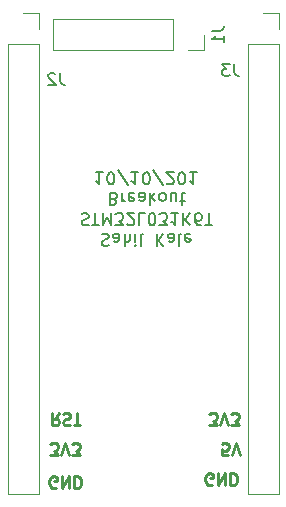
<source format=gbo>
%TF.GenerationSoftware,KiCad,Pcbnew,(5.1.10)-1*%
%TF.CreationDate,2021-10-10T23:46:45-04:00*%
%TF.ProjectId,STM_SimpleBreakout,53544d5f-5369-46d7-906c-65427265616b,rev?*%
%TF.SameCoordinates,Original*%
%TF.FileFunction,Legend,Bot*%
%TF.FilePolarity,Positive*%
%FSLAX46Y46*%
G04 Gerber Fmt 4.6, Leading zero omitted, Abs format (unit mm)*
G04 Created by KiCad (PCBNEW (5.1.10)-1) date 2021-10-10 23:46:45*
%MOMM*%
%LPD*%
G01*
G04 APERTURE LIST*
%ADD10C,0.203200*%
%ADD11C,0.254000*%
%ADD12C,0.120000*%
%ADD13C,0.150000*%
%ADD14O,1.700000X1.700000*%
%ADD15R,1.700000X1.700000*%
G04 APERTURE END LIST*
D10*
X159040285Y-93619561D02*
X159185428Y-93571180D01*
X159427333Y-93571180D01*
X159524095Y-93619561D01*
X159572476Y-93667942D01*
X159620857Y-93764704D01*
X159620857Y-93861466D01*
X159572476Y-93958228D01*
X159524095Y-94006609D01*
X159427333Y-94054990D01*
X159233809Y-94103371D01*
X159137047Y-94151752D01*
X159088666Y-94200133D01*
X159040285Y-94296895D01*
X159040285Y-94393657D01*
X159088666Y-94490419D01*
X159137047Y-94538800D01*
X159233809Y-94587180D01*
X159475714Y-94587180D01*
X159620857Y-94538800D01*
X160491714Y-93571180D02*
X160491714Y-94103371D01*
X160443333Y-94200133D01*
X160346571Y-94248514D01*
X160153047Y-94248514D01*
X160056285Y-94200133D01*
X160491714Y-93619561D02*
X160394952Y-93571180D01*
X160153047Y-93571180D01*
X160056285Y-93619561D01*
X160007904Y-93716323D01*
X160007904Y-93813085D01*
X160056285Y-93909847D01*
X160153047Y-93958228D01*
X160394952Y-93958228D01*
X160491714Y-94006609D01*
X160975523Y-93571180D02*
X160975523Y-94587180D01*
X161410952Y-93571180D02*
X161410952Y-94103371D01*
X161362571Y-94200133D01*
X161265809Y-94248514D01*
X161120666Y-94248514D01*
X161023904Y-94200133D01*
X160975523Y-94151752D01*
X161894761Y-93571180D02*
X161894761Y-94248514D01*
X161894761Y-94587180D02*
X161846380Y-94538800D01*
X161894761Y-94490419D01*
X161943142Y-94538800D01*
X161894761Y-94587180D01*
X161894761Y-94490419D01*
X162523714Y-93571180D02*
X162426952Y-93619561D01*
X162378571Y-93716323D01*
X162378571Y-94587180D01*
X163684857Y-93571180D02*
X163684857Y-94587180D01*
X164265428Y-93571180D02*
X163830000Y-94151752D01*
X164265428Y-94587180D02*
X163684857Y-94006609D01*
X165136285Y-93571180D02*
X165136285Y-94103371D01*
X165087904Y-94200133D01*
X164991142Y-94248514D01*
X164797619Y-94248514D01*
X164700857Y-94200133D01*
X165136285Y-93619561D02*
X165039523Y-93571180D01*
X164797619Y-93571180D01*
X164700857Y-93619561D01*
X164652476Y-93716323D01*
X164652476Y-93813085D01*
X164700857Y-93909847D01*
X164797619Y-93958228D01*
X165039523Y-93958228D01*
X165136285Y-94006609D01*
X165765238Y-93571180D02*
X165668476Y-93619561D01*
X165620095Y-93716323D01*
X165620095Y-94587180D01*
X166539333Y-93619561D02*
X166442571Y-93571180D01*
X166249047Y-93571180D01*
X166152285Y-93619561D01*
X166103904Y-93716323D01*
X166103904Y-94103371D01*
X166152285Y-94200133D01*
X166249047Y-94248514D01*
X166442571Y-94248514D01*
X166539333Y-94200133D01*
X166587714Y-94103371D01*
X166587714Y-94006609D01*
X166103904Y-93909847D01*
X157346952Y-91892361D02*
X157492095Y-91843980D01*
X157734000Y-91843980D01*
X157830761Y-91892361D01*
X157879142Y-91940742D01*
X157927523Y-92037504D01*
X157927523Y-92134266D01*
X157879142Y-92231028D01*
X157830761Y-92279409D01*
X157734000Y-92327790D01*
X157540476Y-92376171D01*
X157443714Y-92424552D01*
X157395333Y-92472933D01*
X157346952Y-92569695D01*
X157346952Y-92666457D01*
X157395333Y-92763219D01*
X157443714Y-92811600D01*
X157540476Y-92859980D01*
X157782380Y-92859980D01*
X157927523Y-92811600D01*
X158217809Y-92859980D02*
X158798380Y-92859980D01*
X158508095Y-91843980D02*
X158508095Y-92859980D01*
X159137047Y-91843980D02*
X159137047Y-92859980D01*
X159475714Y-92134266D01*
X159814380Y-92859980D01*
X159814380Y-91843980D01*
X160201428Y-92859980D02*
X160830380Y-92859980D01*
X160491714Y-92472933D01*
X160636857Y-92472933D01*
X160733619Y-92424552D01*
X160782000Y-92376171D01*
X160830380Y-92279409D01*
X160830380Y-92037504D01*
X160782000Y-91940742D01*
X160733619Y-91892361D01*
X160636857Y-91843980D01*
X160346571Y-91843980D01*
X160249809Y-91892361D01*
X160201428Y-91940742D01*
X161217428Y-92763219D02*
X161265809Y-92811600D01*
X161362571Y-92859980D01*
X161604476Y-92859980D01*
X161701238Y-92811600D01*
X161749619Y-92763219D01*
X161798000Y-92666457D01*
X161798000Y-92569695D01*
X161749619Y-92424552D01*
X161169047Y-91843980D01*
X161798000Y-91843980D01*
X162717238Y-91843980D02*
X162233428Y-91843980D01*
X162233428Y-92859980D01*
X163249428Y-92859980D02*
X163346190Y-92859980D01*
X163442952Y-92811600D01*
X163491333Y-92763219D01*
X163539714Y-92666457D01*
X163588095Y-92472933D01*
X163588095Y-92231028D01*
X163539714Y-92037504D01*
X163491333Y-91940742D01*
X163442952Y-91892361D01*
X163346190Y-91843980D01*
X163249428Y-91843980D01*
X163152666Y-91892361D01*
X163104285Y-91940742D01*
X163055904Y-92037504D01*
X163007523Y-92231028D01*
X163007523Y-92472933D01*
X163055904Y-92666457D01*
X163104285Y-92763219D01*
X163152666Y-92811600D01*
X163249428Y-92859980D01*
X163926761Y-92859980D02*
X164555714Y-92859980D01*
X164217047Y-92472933D01*
X164362190Y-92472933D01*
X164458952Y-92424552D01*
X164507333Y-92376171D01*
X164555714Y-92279409D01*
X164555714Y-92037504D01*
X164507333Y-91940742D01*
X164458952Y-91892361D01*
X164362190Y-91843980D01*
X164071904Y-91843980D01*
X163975142Y-91892361D01*
X163926761Y-91940742D01*
X165523333Y-91843980D02*
X164942761Y-91843980D01*
X165233047Y-91843980D02*
X165233047Y-92859980D01*
X165136285Y-92714838D01*
X165039523Y-92618076D01*
X164942761Y-92569695D01*
X165958761Y-91843980D02*
X165958761Y-92859980D01*
X166539333Y-91843980D02*
X166103904Y-92424552D01*
X166539333Y-92859980D02*
X165958761Y-92279409D01*
X167410190Y-92859980D02*
X167216666Y-92859980D01*
X167119904Y-92811600D01*
X167071523Y-92763219D01*
X166974761Y-92618076D01*
X166926380Y-92424552D01*
X166926380Y-92037504D01*
X166974761Y-91940742D01*
X167023142Y-91892361D01*
X167119904Y-91843980D01*
X167313428Y-91843980D01*
X167410190Y-91892361D01*
X167458571Y-91940742D01*
X167506952Y-92037504D01*
X167506952Y-92279409D01*
X167458571Y-92376171D01*
X167410190Y-92424552D01*
X167313428Y-92472933D01*
X167119904Y-92472933D01*
X167023142Y-92424552D01*
X166974761Y-92376171D01*
X166926380Y-92279409D01*
X167797238Y-92859980D02*
X168377809Y-92859980D01*
X168087523Y-91843980D02*
X168087523Y-92859980D01*
X160056285Y-90648971D02*
X160201428Y-90600590D01*
X160249809Y-90552209D01*
X160298190Y-90455447D01*
X160298190Y-90310304D01*
X160249809Y-90213542D01*
X160201428Y-90165161D01*
X160104666Y-90116780D01*
X159717619Y-90116780D01*
X159717619Y-91132780D01*
X160056285Y-91132780D01*
X160153047Y-91084400D01*
X160201428Y-91036019D01*
X160249809Y-90939257D01*
X160249809Y-90842495D01*
X160201428Y-90745733D01*
X160153047Y-90697352D01*
X160056285Y-90648971D01*
X159717619Y-90648971D01*
X160733619Y-90116780D02*
X160733619Y-90794114D01*
X160733619Y-90600590D02*
X160782000Y-90697352D01*
X160830380Y-90745733D01*
X160927142Y-90794114D01*
X161023904Y-90794114D01*
X161749619Y-90165161D02*
X161652857Y-90116780D01*
X161459333Y-90116780D01*
X161362571Y-90165161D01*
X161314190Y-90261923D01*
X161314190Y-90648971D01*
X161362571Y-90745733D01*
X161459333Y-90794114D01*
X161652857Y-90794114D01*
X161749619Y-90745733D01*
X161798000Y-90648971D01*
X161798000Y-90552209D01*
X161314190Y-90455447D01*
X162668857Y-90116780D02*
X162668857Y-90648971D01*
X162620476Y-90745733D01*
X162523714Y-90794114D01*
X162330190Y-90794114D01*
X162233428Y-90745733D01*
X162668857Y-90165161D02*
X162572095Y-90116780D01*
X162330190Y-90116780D01*
X162233428Y-90165161D01*
X162185047Y-90261923D01*
X162185047Y-90358685D01*
X162233428Y-90455447D01*
X162330190Y-90503828D01*
X162572095Y-90503828D01*
X162668857Y-90552209D01*
X163152666Y-90116780D02*
X163152666Y-91132780D01*
X163249428Y-90503828D02*
X163539714Y-90116780D01*
X163539714Y-90794114D02*
X163152666Y-90407066D01*
X164120285Y-90116780D02*
X164023523Y-90165161D01*
X163975142Y-90213542D01*
X163926761Y-90310304D01*
X163926761Y-90600590D01*
X163975142Y-90697352D01*
X164023523Y-90745733D01*
X164120285Y-90794114D01*
X164265428Y-90794114D01*
X164362190Y-90745733D01*
X164410571Y-90697352D01*
X164458952Y-90600590D01*
X164458952Y-90310304D01*
X164410571Y-90213542D01*
X164362190Y-90165161D01*
X164265428Y-90116780D01*
X164120285Y-90116780D01*
X165329809Y-90794114D02*
X165329809Y-90116780D01*
X164894380Y-90794114D02*
X164894380Y-90261923D01*
X164942761Y-90165161D01*
X165039523Y-90116780D01*
X165184666Y-90116780D01*
X165281428Y-90165161D01*
X165329809Y-90213542D01*
X165668476Y-90794114D02*
X166055523Y-90794114D01*
X165813619Y-91132780D02*
X165813619Y-90261923D01*
X165862000Y-90165161D01*
X165958761Y-90116780D01*
X166055523Y-90116780D01*
X159137047Y-88389580D02*
X158556476Y-88389580D01*
X158846761Y-88389580D02*
X158846761Y-89405580D01*
X158750000Y-89260438D01*
X158653238Y-89163676D01*
X158556476Y-89115295D01*
X159766000Y-89405580D02*
X159862761Y-89405580D01*
X159959523Y-89357200D01*
X160007904Y-89308819D01*
X160056285Y-89212057D01*
X160104666Y-89018533D01*
X160104666Y-88776628D01*
X160056285Y-88583104D01*
X160007904Y-88486342D01*
X159959523Y-88437961D01*
X159862761Y-88389580D01*
X159766000Y-88389580D01*
X159669238Y-88437961D01*
X159620857Y-88486342D01*
X159572476Y-88583104D01*
X159524095Y-88776628D01*
X159524095Y-89018533D01*
X159572476Y-89212057D01*
X159620857Y-89308819D01*
X159669238Y-89357200D01*
X159766000Y-89405580D01*
X161265809Y-89453961D02*
X160394952Y-88147676D01*
X162136666Y-88389580D02*
X161556095Y-88389580D01*
X161846380Y-88389580D02*
X161846380Y-89405580D01*
X161749619Y-89260438D01*
X161652857Y-89163676D01*
X161556095Y-89115295D01*
X162765619Y-89405580D02*
X162862380Y-89405580D01*
X162959142Y-89357200D01*
X163007523Y-89308819D01*
X163055904Y-89212057D01*
X163104285Y-89018533D01*
X163104285Y-88776628D01*
X163055904Y-88583104D01*
X163007523Y-88486342D01*
X162959142Y-88437961D01*
X162862380Y-88389580D01*
X162765619Y-88389580D01*
X162668857Y-88437961D01*
X162620476Y-88486342D01*
X162572095Y-88583104D01*
X162523714Y-88776628D01*
X162523714Y-89018533D01*
X162572095Y-89212057D01*
X162620476Y-89308819D01*
X162668857Y-89357200D01*
X162765619Y-89405580D01*
X164265428Y-89453961D02*
X163394571Y-88147676D01*
X164555714Y-89308819D02*
X164604095Y-89357200D01*
X164700857Y-89405580D01*
X164942761Y-89405580D01*
X165039523Y-89357200D01*
X165087904Y-89308819D01*
X165136285Y-89212057D01*
X165136285Y-89115295D01*
X165087904Y-88970152D01*
X164507333Y-88389580D01*
X165136285Y-88389580D01*
X165765238Y-89405580D02*
X165862000Y-89405580D01*
X165958761Y-89357200D01*
X166007142Y-89308819D01*
X166055523Y-89212057D01*
X166103904Y-89018533D01*
X166103904Y-88776628D01*
X166055523Y-88583104D01*
X166007142Y-88486342D01*
X165958761Y-88437961D01*
X165862000Y-88389580D01*
X165765238Y-88389580D01*
X165668476Y-88437961D01*
X165620095Y-88486342D01*
X165571714Y-88583104D01*
X165523333Y-88776628D01*
X165523333Y-89018533D01*
X165571714Y-89212057D01*
X165620095Y-89308819D01*
X165668476Y-89357200D01*
X165765238Y-89405580D01*
X167071523Y-88389580D02*
X166490952Y-88389580D01*
X166781238Y-88389580D02*
X166781238Y-89405580D01*
X166684476Y-89260438D01*
X166587714Y-89163676D01*
X166490952Y-89115295D01*
D11*
X155399619Y-108760380D02*
X155060952Y-109244190D01*
X154819047Y-108760380D02*
X154819047Y-109776380D01*
X155206095Y-109776380D01*
X155302857Y-109728000D01*
X155351238Y-109679619D01*
X155399619Y-109582857D01*
X155399619Y-109437714D01*
X155351238Y-109340952D01*
X155302857Y-109292571D01*
X155206095Y-109244190D01*
X154819047Y-109244190D01*
X155786666Y-108808761D02*
X155931809Y-108760380D01*
X156173714Y-108760380D01*
X156270476Y-108808761D01*
X156318857Y-108857142D01*
X156367238Y-108953904D01*
X156367238Y-109050666D01*
X156318857Y-109147428D01*
X156270476Y-109195809D01*
X156173714Y-109244190D01*
X155980190Y-109292571D01*
X155883428Y-109340952D01*
X155835047Y-109389333D01*
X155786666Y-109486095D01*
X155786666Y-109582857D01*
X155835047Y-109679619D01*
X155883428Y-109728000D01*
X155980190Y-109776380D01*
X156222095Y-109776380D01*
X156367238Y-109728000D01*
X156657523Y-109776380D02*
X157238095Y-109776380D01*
X156947809Y-108760380D02*
X156947809Y-109776380D01*
X168160095Y-109776380D02*
X168789047Y-109776380D01*
X168450380Y-109389333D01*
X168595523Y-109389333D01*
X168692285Y-109340952D01*
X168740666Y-109292571D01*
X168789047Y-109195809D01*
X168789047Y-108953904D01*
X168740666Y-108857142D01*
X168692285Y-108808761D01*
X168595523Y-108760380D01*
X168305238Y-108760380D01*
X168208476Y-108808761D01*
X168160095Y-108857142D01*
X169079333Y-109776380D02*
X169418000Y-108760380D01*
X169756666Y-109776380D01*
X169998571Y-109776380D02*
X170627523Y-109776380D01*
X170288857Y-109389333D01*
X170434000Y-109389333D01*
X170530761Y-109340952D01*
X170579142Y-109292571D01*
X170627523Y-109195809D01*
X170627523Y-108953904D01*
X170579142Y-108857142D01*
X170530761Y-108808761D01*
X170434000Y-108760380D01*
X170143714Y-108760380D01*
X170046952Y-108808761D01*
X169998571Y-108857142D01*
X154698095Y-112316380D02*
X155327047Y-112316380D01*
X154988380Y-111929333D01*
X155133523Y-111929333D01*
X155230285Y-111880952D01*
X155278666Y-111832571D01*
X155327047Y-111735809D01*
X155327047Y-111493904D01*
X155278666Y-111397142D01*
X155230285Y-111348761D01*
X155133523Y-111300380D01*
X154843238Y-111300380D01*
X154746476Y-111348761D01*
X154698095Y-111397142D01*
X155617333Y-112316380D02*
X155956000Y-111300380D01*
X156294666Y-112316380D01*
X156536571Y-112316380D02*
X157165523Y-112316380D01*
X156826857Y-111929333D01*
X156972000Y-111929333D01*
X157068761Y-111880952D01*
X157117142Y-111832571D01*
X157165523Y-111735809D01*
X157165523Y-111493904D01*
X157117142Y-111397142D01*
X157068761Y-111348761D01*
X156972000Y-111300380D01*
X156681714Y-111300380D01*
X156584952Y-111348761D01*
X156536571Y-111397142D01*
X169732476Y-112316380D02*
X169248666Y-112316380D01*
X169200285Y-111832571D01*
X169248666Y-111880952D01*
X169345428Y-111929333D01*
X169587333Y-111929333D01*
X169684095Y-111880952D01*
X169732476Y-111832571D01*
X169780857Y-111735809D01*
X169780857Y-111493904D01*
X169732476Y-111397142D01*
X169684095Y-111348761D01*
X169587333Y-111300380D01*
X169345428Y-111300380D01*
X169248666Y-111348761D01*
X169200285Y-111397142D01*
X170071142Y-112316380D02*
X170409809Y-111300380D01*
X170748476Y-112316380D01*
X168389904Y-114808000D02*
X168293142Y-114856380D01*
X168148000Y-114856380D01*
X168002857Y-114808000D01*
X167906095Y-114711238D01*
X167857714Y-114614476D01*
X167809333Y-114420952D01*
X167809333Y-114275809D01*
X167857714Y-114082285D01*
X167906095Y-113985523D01*
X168002857Y-113888761D01*
X168148000Y-113840380D01*
X168244761Y-113840380D01*
X168389904Y-113888761D01*
X168438285Y-113937142D01*
X168438285Y-114275809D01*
X168244761Y-114275809D01*
X168873714Y-113840380D02*
X168873714Y-114856380D01*
X169454285Y-113840380D01*
X169454285Y-114856380D01*
X169938095Y-113840380D02*
X169938095Y-114856380D01*
X170180000Y-114856380D01*
X170325142Y-114808000D01*
X170421904Y-114711238D01*
X170470285Y-114614476D01*
X170518666Y-114420952D01*
X170518666Y-114275809D01*
X170470285Y-114082285D01*
X170421904Y-113985523D01*
X170325142Y-113888761D01*
X170180000Y-113840380D01*
X169938095Y-113840380D01*
X155181904Y-115062000D02*
X155085142Y-115110380D01*
X154940000Y-115110380D01*
X154794857Y-115062000D01*
X154698095Y-114965238D01*
X154649714Y-114868476D01*
X154601333Y-114674952D01*
X154601333Y-114529809D01*
X154649714Y-114336285D01*
X154698095Y-114239523D01*
X154794857Y-114142761D01*
X154940000Y-114094380D01*
X155036761Y-114094380D01*
X155181904Y-114142761D01*
X155230285Y-114191142D01*
X155230285Y-114529809D01*
X155036761Y-114529809D01*
X155665714Y-114094380D02*
X155665714Y-115110380D01*
X156246285Y-114094380D01*
X156246285Y-115110380D01*
X156730095Y-114094380D02*
X156730095Y-115110380D01*
X156972000Y-115110380D01*
X157117142Y-115062000D01*
X157213904Y-114965238D01*
X157262285Y-114868476D01*
X157310666Y-114674952D01*
X157310666Y-114529809D01*
X157262285Y-114336285D01*
X157213904Y-114239523D01*
X157117142Y-114142761D01*
X156972000Y-114094380D01*
X156730095Y-114094380D01*
D12*
%TO.C,J2*%
X153730000Y-115630000D02*
X151070000Y-115630000D01*
X153730000Y-77470000D02*
X153730000Y-115630000D01*
X151070000Y-77470000D02*
X151070000Y-115630000D01*
X153730000Y-77470000D02*
X151070000Y-77470000D01*
X153730000Y-76200000D02*
X153730000Y-74870000D01*
X153730000Y-74870000D02*
X152400000Y-74870000D01*
%TO.C,J3*%
X174050000Y-115630000D02*
X171390000Y-115630000D01*
X174050000Y-77470000D02*
X174050000Y-115630000D01*
X171390000Y-77470000D02*
X171390000Y-115630000D01*
X174050000Y-77470000D02*
X171390000Y-77470000D01*
X174050000Y-76200000D02*
X174050000Y-74870000D01*
X174050000Y-74870000D02*
X172720000Y-74870000D01*
%TO.C,J1*%
X154880000Y-78038000D02*
X154880000Y-75378000D01*
X165100000Y-78038000D02*
X154880000Y-78038000D01*
X165100000Y-75378000D02*
X154880000Y-75378000D01*
X165100000Y-78038000D02*
X165100000Y-75378000D01*
X166370000Y-78038000D02*
X167700000Y-78038000D01*
X167700000Y-78038000D02*
X167700000Y-76708000D01*
%TO.C,J2*%
D13*
X155527333Y-79970380D02*
X155527333Y-80684666D01*
X155574952Y-80827523D01*
X155670190Y-80922761D01*
X155813047Y-80970380D01*
X155908285Y-80970380D01*
X155098761Y-80065619D02*
X155051142Y-80018000D01*
X154955904Y-79970380D01*
X154717809Y-79970380D01*
X154622571Y-80018000D01*
X154574952Y-80065619D01*
X154527333Y-80160857D01*
X154527333Y-80256095D01*
X154574952Y-80398952D01*
X155146380Y-80970380D01*
X154527333Y-80970380D01*
%TO.C,J3*%
X170259333Y-79208380D02*
X170259333Y-79922666D01*
X170306952Y-80065523D01*
X170402190Y-80160761D01*
X170545047Y-80208380D01*
X170640285Y-80208380D01*
X169878380Y-79208380D02*
X169259333Y-79208380D01*
X169592666Y-79589333D01*
X169449809Y-79589333D01*
X169354571Y-79636952D01*
X169306952Y-79684571D01*
X169259333Y-79779809D01*
X169259333Y-80017904D01*
X169306952Y-80113142D01*
X169354571Y-80160761D01*
X169449809Y-80208380D01*
X169735523Y-80208380D01*
X169830761Y-80160761D01*
X169878380Y-80113142D01*
%TO.C,J1*%
X168362380Y-76374666D02*
X169076666Y-76374666D01*
X169219523Y-76327047D01*
X169314761Y-76231809D01*
X169362380Y-76088952D01*
X169362380Y-75993714D01*
X169362380Y-77374666D02*
X169362380Y-76803238D01*
X169362380Y-77088952D02*
X168362380Y-77088952D01*
X168505238Y-76993714D01*
X168600476Y-76898476D01*
X168648095Y-76803238D01*
%TD*%
%LPC*%
D14*
%TO.C,J2*%
X152400000Y-114300000D03*
X152400000Y-111760000D03*
X152400000Y-109220000D03*
X152400000Y-106680000D03*
X152400000Y-104140000D03*
X152400000Y-101600000D03*
X152400000Y-99060000D03*
X152400000Y-96520000D03*
X152400000Y-93980000D03*
X152400000Y-91440000D03*
X152400000Y-88900000D03*
X152400000Y-86360000D03*
X152400000Y-83820000D03*
X152400000Y-81280000D03*
X152400000Y-78740000D03*
D15*
X152400000Y-76200000D03*
%TD*%
D14*
%TO.C,J3*%
X172720000Y-114300000D03*
X172720000Y-111760000D03*
X172720000Y-109220000D03*
X172720000Y-106680000D03*
X172720000Y-104140000D03*
X172720000Y-101600000D03*
X172720000Y-99060000D03*
X172720000Y-96520000D03*
X172720000Y-93980000D03*
X172720000Y-91440000D03*
X172720000Y-88900000D03*
X172720000Y-86360000D03*
X172720000Y-83820000D03*
X172720000Y-81280000D03*
X172720000Y-78740000D03*
D15*
X172720000Y-76200000D03*
%TD*%
D14*
%TO.C,J1*%
X156210000Y-76708000D03*
X158750000Y-76708000D03*
X161290000Y-76708000D03*
X163830000Y-76708000D03*
D15*
X166370000Y-76708000D03*
%TD*%
M02*

</source>
